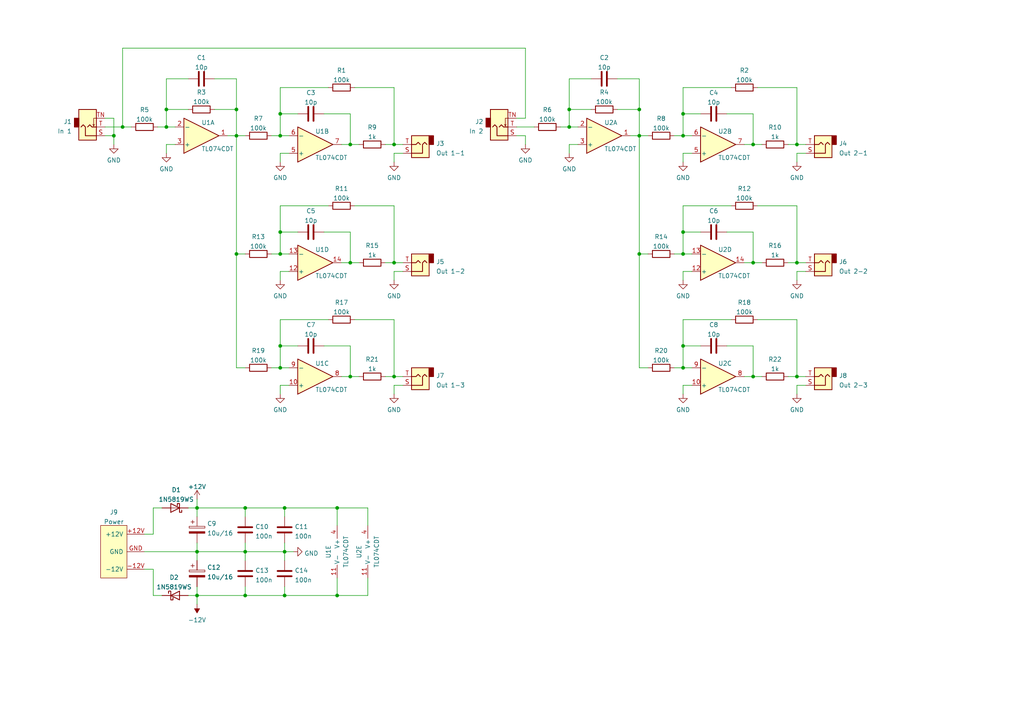
<source format=kicad_sch>
(kicad_sch (version 20211123) (generator eeschema)
  (paper "A4")
  (lib_symbols
    (symbol "Amplifier_Operational:TL074" (pin_names (offset 0.127))
      (property "Reference" "U" (at 0 5.08 0))
      (property "Value" "TL074" (at 0 -5.08 0))
      (symbol "TL074_1_1"
        (polyline (pts (xy -5.08 5.08) (xy 5.08 0) (xy -5.08 -5.08) (xy -5.08 5.08)) (stroke (width 0.254)) (fill (type background)))
        (pin output line (at 7.62 0 180) (length 2.54) (name "~") (number "1"))
        (pin input line (at -7.62 -2.54 0) (length 2.54) (name "-") (number "2"))
        (pin input line (at -7.62 2.54 0) (length 2.54) (name "+") (number "3"))
      )
      (symbol "TL074_2_1"
        (polyline (pts (xy -5.08 5.08) (xy 5.08 0) (xy -5.08 -5.08) (xy -5.08 5.08)) (stroke (width 0.254)) (fill (type background)))
        (pin input line (at -7.62 2.54 0) (length 2.54) (name "+") (number "5"))
        (pin input line (at -7.62 -2.54 0) (length 2.54) (name "-") (number "6"))
        (pin output line (at 7.62 0 180) (length 2.54) (name "~") (number "7"))
      )
      (symbol "TL074_3_1"
        (polyline (pts (xy -5.08 5.08) (xy 5.08 0) (xy -5.08 -5.08) (xy -5.08 5.08)) (stroke (width 0.254)) (fill (type background)))
        (pin input line (at -7.62 2.54 0) (length 2.54) (name "+") (number "10"))
        (pin output line (at 7.62 0 180) (length 2.54) (name "~") (number "8"))
        (pin input line (at -7.62 -2.54 0) (length 2.54) (name "-") (number "9"))
      )
      (symbol "TL074_4_1"
        (polyline (pts (xy -5.08 5.08) (xy 5.08 0) (xy -5.08 -5.08) (xy -5.08 5.08)) (stroke (width 0.254)) (fill (type background)))
        (pin input line (at -7.62 2.54 0) (length 2.54) (name "+") (number "12"))
        (pin input line (at -7.62 -2.54 0) (length 2.54) (name "-") (number "13"))
        (pin output line (at 7.62 0 180) (length 2.54) (name "~") (number "14"))
      )
      (symbol "TL074_5_1"
        (pin power_in line (at -2.54 -7.62 90) (length 3.81) (name "V-") (number "11"))
        (pin power_in line (at -2.54 7.62 270) (length 3.81) (name "V+") (number "4"))
      )
    )
    (symbol "Connector:AudioJack2"
      (property "Reference" "J" (at 0 8.89 0))
      (property "Value" "AudioJack2" (at 0 6.35 0))
      (symbol "AudioJack2_0_1"
        (rectangle (start -3.81 0) (end -2.54 -2.54) (stroke (width 0.254)) (fill (type outline)))
        (rectangle (start -2.54 3.81) (end 2.54 -2.54) (stroke (width 0.254)) (fill (type background)))
        (polyline (pts (xy 0 0) (xy 0.635 -0.635) (xy 1.27 0) (xy 2.54 0)) (stroke (width 0.254)))
        (polyline (pts (xy 2.54 2.54) (xy -0.635 2.54) (xy -0.635 0) (xy -1.27 -0.635) (xy -1.905 0)) (stroke (width 0.254)))
      )
      (symbol "AudioJack2_1_1"
        (pin passive line (at 5.08 2.54 180) (length 2.54) (name "~") (number "S"))
        (pin passive line (at 5.08 0 180) (length 2.54) (name "~") (number "T"))
      )
    )
    (symbol "Connector:AudioJack2_SwitchT"
      (property "Reference" "J" (at 0 8.89 0))
      (property "Value" "AudioJack2_SwitchT" (at 0 6.35 0))
      (symbol "AudioJack2_SwitchT_0_1"
        (rectangle (start -2.54 0) (end -3.81 -2.54) (stroke (width 0.254)) (fill (type outline)))
        (polyline (pts (xy 1.778 -0.254) (xy 2.032 -0.762)))
        (polyline (pts (xy 0 0) (xy 0.635 -0.635) (xy 1.27 0) (xy 2.54 0)) (stroke (width 0.254)))
        (polyline (pts (xy 2.54 -2.54) (xy 1.778 -2.54) (xy 1.778 -0.254) (xy 1.524 -0.762)))
        (polyline (pts (xy 2.54 2.54) (xy -0.635 2.54) (xy -0.635 0) (xy -1.27 -0.635) (xy -1.905 0)) (stroke (width 0.254)))
        (rectangle (start 2.54 3.81) (end -2.54 -5.08) (stroke (width 0.254)) (fill (type background)))
      )
      (symbol "AudioJack2_SwitchT_1_1"
        (pin passive line (at 5.08 2.54 180) (length 2.54) (name "~") (number "S"))
        (pin passive line (at 5.08 0 180) (length 2.54) (name "~") (number "T"))
        (pin passive line (at 5.08 -2.54 180) (length 2.54) (name "~") (number "TN"))
      )
    )
    (symbol "Device:C" (pin_numbers hide) (pin_names (offset 0.254))
      (property "Reference" "C" (at 0.635 2.54 0))
      (property "Value" "C" (at 0.635 -2.54 0))
      (symbol "C_0_1"
        (polyline (pts (xy -2.032 -0.762) (xy 2.032 -0.762)) (stroke (width 0.508)))
        (polyline (pts (xy -2.032 0.762) (xy 2.032 0.762)) (stroke (width 0.508)))
      )
      (symbol "C_1_1"
        (pin passive line (at 0 3.81 270) (length 2.794) (name "~") (number "1"))
        (pin passive line (at 0 -3.81 90) (length 2.794) (name "~") (number "2"))
      )
    )
    (symbol "Device:C_Polarized" (pin_numbers hide) (pin_names (offset 0.254))
      (property "Reference" "C" (at 0.635 2.54 0))
      (property "Value" "C_Polarized" (at 0.635 -2.54 0))
      (symbol "C_Polarized_0_1"
        (rectangle (start -2.286 0.508) (end 2.286 1.016))
        (polyline (pts (xy -1.778 2.286) (xy -0.762 2.286)))
        (polyline (pts (xy -1.27 2.794) (xy -1.27 1.778)))
        (rectangle (start 2.286 -0.508) (end -2.286 -1.016) (fill (type outline)))
      )
      (symbol "C_Polarized_1_1"
        (pin passive line (at 0 3.81 270) (length 2.794) (name "~") (number "1"))
        (pin passive line (at 0 -3.81 90) (length 2.794) (name "~") (number "2"))
      )
    )
    (symbol "Device:R" (pin_numbers hide) (pin_names (offset 0))
      (property "Reference" "R" (at 2.032 0 90))
      (property "Value" "R" (at 0 0 90))
      (symbol "R_0_1"
        (rectangle (start -1.016 -2.54) (end 1.016 2.54) (stroke (width 0.254)))
      )
      (symbol "R_1_1"
        (pin passive line (at 0 3.81 270) (length 1.27) (name "~") (number "1"))
        (pin passive line (at 0 -3.81 90) (length 1.27) (name "~") (number "2"))
      )
    )
    (symbol "Diode:1N5817" (pin_numbers hide) (pin_names (offset 1.016) hide)
      (property "Reference" "D" (at 0 2.54 0))
      (property "Value" "1N5817" (at 0 -2.54 0))
      (symbol "1N5817_0_1"
        (polyline (pts (xy 1.27 0) (xy -1.27 0)))
        (polyline (pts (xy 1.27 1.27) (xy 1.27 -1.27) (xy -1.27 0) (xy 1.27 1.27)) (stroke (width 0.254)))
        (polyline (pts (xy -1.905 0.635) (xy -1.905 1.27) (xy -1.27 1.27) (xy -1.27 -1.27) (xy -0.635 -1.27) (xy -0.635 -0.635)) (stroke (width 0.254)))
      )
      (symbol "1N5817_1_1"
        (pin passive line (at -3.81 0 0) (length 2.54) (name "K") (number "1"))
        (pin passive line (at 3.81 0 180) (length 2.54) (name "A") (number "2"))
      )
    )
    (symbol "Eurorack_Synth:Power_2x5" (pin_names (offset 1.016))
      (property "Reference" "J" (at 0 10.16 0))
      (property "Value" "Power_2x5" (at 0 8.89 0))
      (symbol "Power_2x5_0_1"
        (rectangle (start 3.81 7.62) (end -3.81 -7.62) (fill (type background)))
      )
      (symbol "Power_2x5_1_1"
        (pin power_out line (at 8.89 5.08 180) (length 5.08) (name "+12V") (number "+12V"))
        (pin power_out line (at 8.89 -5.08 180) (length 5.08) (name "-12V") (number "-12V"))
        (pin power_out line (at 8.89 0 180) (length 5.08) (name "GND") (number "GND"))
      )
    )
    (symbol "power:+12V" (power) (pin_names (offset 0))
      (property "Value" "+12V" (at 0 3.556 0))
      (symbol "+12V_0_1"
        (polyline (pts (xy -0.762 1.27) (xy 0 2.54)))
        (polyline (pts (xy 0 0) (xy 0 2.54)))
        (polyline (pts (xy 0 2.54) (xy 0.762 1.27)))
      )
      (symbol "+12V_1_1"
        (pin power_in line (at 0 0 90) (length 0) hide (name "+12V") (number "1"))
      )
    )
    (symbol "power:-12V" (power) (pin_names (offset 0))
      (property "Value" "-12V" (at 0 3.81 0))
      (symbol "-12V_0_0"
        (pin power_in line (at 0 0 90) (length 0) hide (name "-12V") (number "1"))
      )
      (symbol "-12V_0_1"
        (polyline (pts (xy 0 0) (xy 0 1.27) (xy 0.762 1.27) (xy 0 2.54) (xy -0.762 1.27) (xy 0 1.27)) (fill (type outline)))
      )
    )
    (symbol "power:GND" (power) (pin_names (offset 0))
      (property "Value" "GND" (at 0 -3.81 0))
      (symbol "GND_0_1"
        (polyline (pts (xy 0 0) (xy 0 -1.27) (xy 1.27 -1.27) (xy 0 -2.54) (xy -1.27 -1.27) (xy 0 -1.27)))
      )
      (symbol "GND_1_1"
        (pin power_in line (at 0 0 270) (length 0) hide (name "GND") (number "1"))
      )
    )
  )
  (junction (at 57.15 172.72))
  (junction (at 71.12 172.72))
  (junction (at 82.55 160.02))
  (junction (at 198.12 106.68))
  (junction (at 198.12 67.31))
  (junction (at 114.3 41.91))
  (junction (at 165.1 36.83))
  (junction (at 231.14 76.2))
  (junction (at 68.58 39.37))
  (junction (at 165.1 31.75))
  (junction (at 218.44 76.2))
  (junction (at 101.6 76.2))
  (junction (at 101.6 41.91))
  (junction (at 81.28 33.02))
  (junction (at 185.42 39.37))
  (junction (at 198.12 73.66))
  (junction (at 185.42 31.75))
  (junction (at 81.28 73.66))
  (junction (at 35.56 36.83))
  (junction (at 231.14 41.91))
  (junction (at 33.02 39.37))
  (junction (at 48.26 36.83))
  (junction (at 218.44 109.22))
  (junction (at 48.26 31.75))
  (junction (at 198.12 100.33))
  (junction (at 71.12 160.02))
  (junction (at 114.3 109.22))
  (junction (at 185.42 73.66))
  (junction (at 68.58 31.75))
  (junction (at 82.55 147.32))
  (junction (at 81.28 39.37))
  (junction (at 97.79 172.72))
  (junction (at 81.28 100.33))
  (junction (at 57.15 147.32))
  (junction (at 198.12 39.37))
  (junction (at 82.55 172.72))
  (junction (at 81.28 106.68))
  (junction (at 101.6 109.22))
  (junction (at 198.12 33.02))
  (junction (at 68.58 73.66))
  (junction (at 81.28 67.31))
  (junction (at 97.79 147.32))
  (junction (at 71.12 147.32))
  (junction (at 231.14 109.22))
  (junction (at 114.3 76.2))
  (junction (at 218.44 41.91))
  (junction (at 57.15 160.02))
  (wire (pts (xy 57.15 160.02) (xy 71.12 160.02)))
  (wire (pts (xy 44.45 147.32) (xy 46.99 147.32)))
  (wire (pts (xy 97.79 172.72) (xy 82.55 172.72)))
  (wire (pts (xy 48.26 31.75) (xy 48.26 36.83)))
  (wire (pts (xy 68.58 31.75) (xy 68.58 39.37)))
  (wire (pts (xy 81.28 44.45) (xy 81.28 46.99)))
  (wire (pts (xy 111.76 76.2) (xy 114.3 76.2)))
  (wire (pts (xy 185.42 39.37) (xy 187.96 39.37)))
  (wire (pts (xy 187.96 73.66) (xy 185.42 73.66)))
  (wire (pts (xy 81.28 78.74) (xy 81.28 81.28)))
  (wire (pts (xy 93.98 100.33) (xy 101.6 100.33)))
  (wire (pts (xy 218.44 67.31) (xy 218.44 76.2)))
  (wire (pts (xy 93.98 33.02) (xy 101.6 33.02)))
  (wire (pts (xy 86.36 67.31) (xy 81.28 67.31)))
  (wire (pts (xy 219.71 25.4) (xy 231.14 25.4)))
  (wire (pts (xy 71.12 160.02) (xy 82.55 160.02)))
  (wire (pts (xy 86.36 33.02) (xy 81.28 33.02)))
  (wire (pts (xy 203.2 67.31) (xy 198.12 67.31)))
  (wire (pts (xy 86.36 100.33) (xy 81.28 100.33)))
  (wire (pts (xy 198.12 100.33) (xy 198.12 106.68)))
  (wire (pts (xy 116.84 44.45) (xy 114.3 44.45)))
  (wire (pts (xy 215.9 109.22) (xy 218.44 109.22)))
  (wire (pts (xy 45.72 36.83) (xy 48.26 36.83)))
  (wire (pts (xy 35.56 13.97) (xy 152.4 13.97)))
  (wire (pts (xy 185.42 31.75) (xy 185.42 39.37)))
  (wire (pts (xy 48.26 36.83) (xy 50.8 36.83)))
  (wire (pts (xy 101.6 76.2) (xy 104.14 76.2)))
  (wire (pts (xy 198.12 44.45) (xy 198.12 46.99)))
  (wire (pts (xy 57.15 149.86) (xy 57.15 147.32)))
  (wire (pts (xy 218.44 109.22) (xy 220.98 109.22)))
  (wire (pts (xy 101.6 41.91) (xy 104.14 41.91)))
  (wire (pts (xy 165.1 36.83) (xy 167.64 36.83)))
  (wire (pts (xy 195.58 106.68) (xy 198.12 106.68)))
  (wire (pts (xy 210.82 100.33) (xy 218.44 100.33)))
  (wire (pts (xy 57.15 157.48) (xy 57.15 160.02)))
  (wire (pts (xy 233.68 78.74) (xy 231.14 78.74)))
  (wire (pts (xy 71.12 73.66) (xy 68.58 73.66)))
  (wire (pts (xy 54.61 147.32) (xy 57.15 147.32)))
  (wire (pts (xy 195.58 39.37) (xy 198.12 39.37)))
  (wire (pts (xy 57.15 144.78) (xy 57.15 147.32)))
  (wire (pts (xy 71.12 160.02) (xy 71.12 162.56)))
  (wire (pts (xy 210.82 67.31) (xy 218.44 67.31)))
  (wire (pts (xy 99.06 76.2) (xy 101.6 76.2)))
  (wire (pts (xy 102.87 92.71) (xy 114.3 92.71)))
  (wire (pts (xy 101.6 109.22) (xy 104.14 109.22)))
  (wire (pts (xy 218.44 41.91) (xy 220.98 41.91)))
  (wire (pts (xy 218.44 33.02) (xy 218.44 41.91)))
  (wire (pts (xy 114.3 109.22) (xy 116.84 109.22)))
  (wire (pts (xy 57.15 160.02) (xy 57.15 162.56)))
  (wire (pts (xy 95.25 59.69) (xy 81.28 59.69)))
  (wire (pts (xy 82.55 170.18) (xy 82.55 172.72)))
  (wire (pts (xy 212.09 92.71) (xy 198.12 92.71)))
  (wire (pts (xy 33.02 41.91) (xy 33.02 39.37)))
  (wire (pts (xy 82.55 160.02) (xy 85.09 160.02)))
  (wire (pts (xy 228.6 76.2) (xy 231.14 76.2)))
  (wire (pts (xy 106.68 147.32) (xy 97.79 147.32)))
  (wire (pts (xy 233.68 44.45) (xy 231.14 44.45)))
  (wire (pts (xy 97.79 167.64) (xy 97.79 172.72)))
  (wire (pts (xy 81.28 59.69) (xy 81.28 67.31)))
  (wire (pts (xy 114.3 41.91) (xy 116.84 41.91)))
  (wire (pts (xy 97.79 152.4) (xy 97.79 147.32)))
  (wire (pts (xy 81.28 67.31) (xy 81.28 73.66)))
  (wire (pts (xy 231.14 25.4) (xy 231.14 41.91)))
  (wire (pts (xy 167.64 41.91) (xy 165.1 41.91)))
  (wire (pts (xy 114.3 44.45) (xy 114.3 46.99)))
  (wire (pts (xy 210.82 33.02) (xy 218.44 33.02)))
  (wire (pts (xy 97.79 147.32) (xy 82.55 147.32)))
  (wire (pts (xy 57.15 160.02) (xy 41.91 160.02)))
  (wire (pts (xy 198.12 111.76) (xy 198.12 114.3)))
  (wire (pts (xy 198.12 92.71) (xy 198.12 100.33)))
  (wire (pts (xy 231.14 41.91) (xy 233.68 41.91)))
  (wire (pts (xy 231.14 78.74) (xy 231.14 81.28)))
  (wire (pts (xy 81.28 92.71) (xy 81.28 100.33)))
  (wire (pts (xy 198.12 106.68) (xy 200.66 106.68)))
  (wire (pts (xy 203.2 100.33) (xy 198.12 100.33)))
  (wire (pts (xy 99.06 41.91) (xy 101.6 41.91)))
  (wire (pts (xy 82.55 149.86) (xy 82.55 147.32)))
  (wire (pts (xy 82.55 157.48) (xy 82.55 160.02)))
  (wire (pts (xy 231.14 44.45) (xy 231.14 46.99)))
  (wire (pts (xy 81.28 39.37) (xy 83.82 39.37)))
  (wire (pts (xy 185.42 39.37) (xy 185.42 73.66)))
  (wire (pts (xy 218.44 100.33) (xy 218.44 109.22)))
  (wire (pts (xy 30.48 39.37) (xy 33.02 39.37)))
  (wire (pts (xy 71.12 147.32) (xy 82.55 147.32)))
  (wire (pts (xy 78.74 39.37) (xy 81.28 39.37)))
  (wire (pts (xy 62.23 22.86) (xy 68.58 22.86)))
  (wire (pts (xy 114.3 92.71) (xy 114.3 109.22)))
  (wire (pts (xy 41.91 154.94) (xy 44.45 154.94)))
  (wire (pts (xy 54.61 31.75) (xy 48.26 31.75)))
  (wire (pts (xy 48.26 41.91) (xy 48.26 44.45)))
  (wire (pts (xy 106.68 172.72) (xy 97.79 172.72)))
  (wire (pts (xy 71.12 172.72) (xy 82.55 172.72)))
  (wire (pts (xy 233.68 111.76) (xy 231.14 111.76)))
  (wire (pts (xy 162.56 36.83) (xy 165.1 36.83)))
  (wire (pts (xy 111.76 41.91) (xy 114.3 41.91)))
  (wire (pts (xy 81.28 73.66) (xy 83.82 73.66)))
  (wire (pts (xy 200.66 111.76) (xy 198.12 111.76)))
  (wire (pts (xy 228.6 109.22) (xy 231.14 109.22)))
  (wire (pts (xy 200.66 78.74) (xy 198.12 78.74)))
  (wire (pts (xy 179.07 22.86) (xy 185.42 22.86)))
  (wire (pts (xy 231.14 76.2) (xy 233.68 76.2)))
  (wire (pts (xy 106.68 152.4) (xy 106.68 147.32)))
  (wire (pts (xy 95.25 92.71) (xy 81.28 92.71)))
  (wire (pts (xy 68.58 39.37) (xy 71.12 39.37)))
  (wire (pts (xy 165.1 41.91) (xy 165.1 44.45)))
  (wire (pts (xy 152.4 41.91) (xy 152.4 39.37)))
  (wire (pts (xy 68.58 73.66) (xy 68.58 106.68)))
  (wire (pts (xy 78.74 73.66) (xy 81.28 73.66)))
  (wire (pts (xy 78.74 106.68) (xy 81.28 106.68)))
  (wire (pts (xy 185.42 22.86) (xy 185.42 31.75)))
  (wire (pts (xy 231.14 92.71) (xy 231.14 109.22)))
  (wire (pts (xy 114.3 76.2) (xy 116.84 76.2)))
  (wire (pts (xy 99.06 109.22) (xy 101.6 109.22)))
  (wire (pts (xy 66.04 39.37) (xy 68.58 39.37)))
  (wire (pts (xy 171.45 22.86) (xy 165.1 22.86)))
  (wire (pts (xy 41.91 165.1) (xy 44.45 165.1)))
  (wire (pts (xy 57.15 147.32) (xy 71.12 147.32)))
  (wire (pts (xy 35.56 36.83) (xy 38.1 36.83)))
  (wire (pts (xy 114.3 25.4) (xy 114.3 41.91)))
  (wire (pts (xy 33.02 34.29) (xy 33.02 39.37)))
  (wire (pts (xy 198.12 59.69) (xy 198.12 67.31)))
  (wire (pts (xy 71.12 157.48) (xy 71.12 160.02)))
  (wire (pts (xy 198.12 78.74) (xy 198.12 81.28)))
  (wire (pts (xy 48.26 22.86) (xy 48.26 31.75)))
  (wire (pts (xy 68.58 39.37) (xy 68.58 73.66)))
  (wire (pts (xy 212.09 25.4) (xy 198.12 25.4)))
  (wire (pts (xy 30.48 36.83) (xy 35.56 36.83)))
  (wire (pts (xy 219.71 59.69) (xy 231.14 59.69)))
  (wire (pts (xy 44.45 172.72) (xy 46.99 172.72)))
  (wire (pts (xy 187.96 106.68) (xy 185.42 106.68)))
  (wire (pts (xy 101.6 100.33) (xy 101.6 109.22)))
  (wire (pts (xy 111.76 109.22) (xy 114.3 109.22)))
  (wire (pts (xy 182.88 39.37) (xy 185.42 39.37)))
  (wire (pts (xy 198.12 39.37) (xy 200.66 39.37)))
  (wire (pts (xy 71.12 170.18) (xy 71.12 172.72)))
  (wire (pts (xy 71.12 106.68) (xy 68.58 106.68)))
  (wire (pts (xy 57.15 172.72) (xy 71.12 172.72)))
  (wire (pts (xy 54.61 172.72) (xy 57.15 172.72)))
  (wire (pts (xy 101.6 67.31) (xy 101.6 76.2)))
  (wire (pts (xy 44.45 154.94) (xy 44.45 147.32)))
  (wire (pts (xy 149.86 34.29) (xy 152.4 34.29)))
  (wire (pts (xy 165.1 31.75) (xy 165.1 36.83)))
  (wire (pts (xy 50.8 41.91) (xy 48.26 41.91)))
  (wire (pts (xy 171.45 31.75) (xy 165.1 31.75)))
  (wire (pts (xy 102.87 25.4) (xy 114.3 25.4)))
  (wire (pts (xy 218.44 76.2) (xy 220.98 76.2)))
  (wire (pts (xy 114.3 59.69) (xy 114.3 76.2)))
  (wire (pts (xy 116.84 78.74) (xy 114.3 78.74)))
  (wire (pts (xy 81.28 111.76) (xy 81.28 114.3)))
  (wire (pts (xy 200.66 44.45) (xy 198.12 44.45)))
  (wire (pts (xy 68.58 22.86) (xy 68.58 31.75)))
  (wire (pts (xy 231.14 109.22) (xy 233.68 109.22)))
  (wire (pts (xy 101.6 33.02) (xy 101.6 41.91)))
  (wire (pts (xy 83.82 44.45) (xy 81.28 44.45)))
  (wire (pts (xy 95.25 25.4) (xy 81.28 25.4)))
  (wire (pts (xy 106.68 167.64) (xy 106.68 172.72)))
  (wire (pts (xy 165.1 22.86) (xy 165.1 31.75)))
  (wire (pts (xy 198.12 33.02) (xy 198.12 39.37)))
  (wire (pts (xy 93.98 67.31) (xy 101.6 67.31)))
  (wire (pts (xy 114.3 111.76) (xy 114.3 114.3)))
  (wire (pts (xy 198.12 67.31) (xy 198.12 73.66)))
  (wire (pts (xy 62.23 31.75) (xy 68.58 31.75)))
  (wire (pts (xy 215.9 41.91) (xy 218.44 41.91)))
  (wire (pts (xy 81.28 33.02) (xy 81.28 39.37)))
  (wire (pts (xy 203.2 33.02) (xy 198.12 33.02)))
  (wire (pts (xy 81.28 100.33) (xy 81.28 106.68)))
  (wire (pts (xy 81.28 25.4) (xy 81.28 33.02)))
  (wire (pts (xy 83.82 78.74) (xy 81.28 78.74)))
  (wire (pts (xy 83.82 111.76) (xy 81.28 111.76)))
  (wire (pts (xy 149.86 39.37) (xy 152.4 39.37)))
  (wire (pts (xy 149.86 36.83) (xy 154.94 36.83)))
  (wire (pts (xy 30.48 34.29) (xy 33.02 34.29)))
  (wire (pts (xy 102.87 59.69) (xy 114.3 59.69)))
  (wire (pts (xy 198.12 25.4) (xy 198.12 33.02)))
  (wire (pts (xy 71.12 149.86) (xy 71.12 147.32)))
  (wire (pts (xy 54.61 22.86) (xy 48.26 22.86)))
  (wire (pts (xy 81.28 106.68) (xy 83.82 106.68)))
  (wire (pts (xy 57.15 170.18) (xy 57.15 172.72)))
  (wire (pts (xy 231.14 111.76) (xy 231.14 114.3)))
  (wire (pts (xy 44.45 165.1) (xy 44.45 172.72)))
  (wire (pts (xy 152.4 34.29) (xy 152.4 13.97)))
  (wire (pts (xy 35.56 13.97) (xy 35.56 36.83)))
  (wire (pts (xy 198.12 73.66) (xy 200.66 73.66)))
  (wire (pts (xy 228.6 41.91) (xy 231.14 41.91)))
  (wire (pts (xy 215.9 76.2) (xy 218.44 76.2)))
  (wire (pts (xy 195.58 73.66) (xy 198.12 73.66)))
  (wire (pts (xy 57.15 172.72) (xy 57.15 175.26)))
  (wire (pts (xy 212.09 59.69) (xy 198.12 59.69)))
  (wire (pts (xy 82.55 160.02) (xy 82.55 162.56)))
  (wire (pts (xy 179.07 31.75) (xy 185.42 31.75)))
  (wire (pts (xy 231.14 59.69) (xy 231.14 76.2)))
  (wire (pts (xy 114.3 78.74) (xy 114.3 81.28)))
  (wire (pts (xy 219.71 92.71) (xy 231.14 92.71)))
  (wire (pts (xy 185.42 73.66) (xy 185.42 106.68)))
  (wire (pts (xy 116.84 111.76) (xy 114.3 111.76)))
  (symbol (lib_id "Amplifier_Operational:TL074") (at 91.44 41.91 0) (mirror x) (unit 2)
    (property "Reference" "U1" (at 91.44 38.1 0) (effects (justify left)))
    (property "Value" "TL074CDT" (at 91.44 45.72 0) (effects (justify left)))
    (property "Footprint" "Package_SO:SOIC-14_3.9x8.7mm_P1.27mm" (effects hide))
    (property "Datasheet" "http://www.ti.com/lit/ds/symlink/tl071.pdf" (effects hide))
    (property "LCSC" "C6963" (effects hide))
  )
  (symbol (lib_id "Device:C") (at 207.01 100.33 90) (unit 1)
    (property "Reference" "C8" (at 207.01 94.2045 90))
    (property "Value" "10p" (at 207.01 96.9796 90))
    (property "Footprint" "Capacitor_SMD:C_0402_1005Metric" (effects hide))
    (property "LCSC" "C32949" (effects hide))
  )
  (symbol (lib_id "Connector:AudioJack2") (at 121.92 76.2 180) (unit 1)
    (property "Reference" "J5" (at 126.492 75.9265 0) (effects (justify right)))
    (property "Value" "Out 1-2" (at 126.492 78.7016 0) (effects (justify right)))
    (property "Footprint" "Connector_Audio_QingPu:Jack_3.5mm_QingPu_WQP-PJ324M" (effects hide))
  )
  (symbol (lib_id "Device:R") (at 224.79 41.91 90) (unit 1)
    (property "Reference" "R10" (at 224.79 36.9275 90))
    (property "Value" "1k" (at 224.79 39.7026 90))
    (property "Footprint" "Resistor_SMD:R_1206_3216Metric" (effects hide))
    (property "LCSC" "C4410" (effects hide))
  )
  (symbol (lib_id "Amplifier_Operational:TL074") (at 208.28 76.2 0) (mirror x) (unit 4)
    (property "Reference" "U2" (at 208.28 72.39 0) (effects (justify left)))
    (property "Value" "TL074CDT" (at 208.28 80.01 0) (effects (justify left)))
    (property "Footprint" "Package_SO:SOIC-14_3.9x8.7mm_P1.27mm" (effects hide))
    (property "Datasheet" "http://www.ti.com/lit/ds/symlink/tl071.pdf" (effects hide))
    (property "LCSC" "C6963" (effects hide))
  )
  (symbol (lib_id "Device:R") (at 224.79 76.2 90) (unit 1)
    (property "Reference" "R16" (at 224.79 71.2175 90))
    (property "Value" "1k" (at 224.79 73.9926 90))
    (property "Footprint" "Resistor_SMD:R_1206_3216Metric" (effects hide))
    (property "LCSC" "C4410" (effects hide))
  )
  (symbol (lib_id "Device:R") (at 58.42 31.75 90) (unit 1)
    (property "Reference" "R3" (at 58.42 26.7675 90))
    (property "Value" "100k" (at 58.42 29.5426 90))
    (property "Footprint" "Resistor_SMD:R_0402_1005Metric" (effects hide))
    (property "LCSC" "C25741" (effects hide))
  )
  (symbol (lib_id "Connector:AudioJack2") (at 238.76 41.91 180) (unit 1)
    (property "Reference" "J4" (at 243.332 41.6365 0) (effects (justify right)))
    (property "Value" "Out 2-1" (at 243.332 44.4116 0) (effects (justify right)))
    (property "Footprint" "Connector_Audio_QingPu:Jack_3.5mm_QingPu_WQP-PJ324M" (effects hide))
  )
  (symbol (lib_id "Amplifier_Operational:TL074") (at 208.28 41.91 0) (mirror x) (unit 2)
    (property "Reference" "U2" (at 208.28 38.1 0) (effects (justify left)))
    (property "Value" "TL074CDT" (at 208.28 45.72 0) (effects (justify left)))
    (property "Footprint" "Package_SO:SOIC-14_3.9x8.7mm_P1.27mm" (effects hide))
    (property "Datasheet" "http://www.ti.com/lit/ds/symlink/tl071.pdf" (effects hide))
    (property "LCSC" "C6963" (effects hide))
  )
  (symbol (lib_id "Device:R") (at 191.77 73.66 90) (unit 1)
    (property "Reference" "R14" (at 191.77 68.6775 90))
    (property "Value" "100k" (at 191.77 71.4526 90))
    (property "Footprint" "Resistor_SMD:R_0402_1005Metric" (effects hide))
    (property "LCSC" "C25741" (effects hide))
  )
  (symbol (lib_id "Amplifier_Operational:TL074") (at 100.33 160.02 0) (unit 5)
    (property "Reference" "U1" (at 95.25 160.02 90))
    (property "Value" "TL074CDT" (at 100.33 160.02 90))
    (property "Footprint" "Package_SO:SOIC-14_3.9x8.7mm_P1.27mm" (effects hide))
    (property "Datasheet" "http://www.ti.com/lit/ds/symlink/tl071.pdf" (effects hide))
    (property "LCSC" "C6963" (effects hide))
  )
  (symbol (lib_id "power:GND") (at 198.12 81.28 0) (unit 1)
    (property "Reference" "#PWR0114" (effects hide))
    (property "Value" "GND" (at 198.12 85.8425 0))
  )
  (symbol (lib_id "power:GND") (at 48.26 44.45 0) (unit 1)
    (property "Reference" "#PWR0102" (effects hide))
    (property "Value" "GND" (at 48.26 49.0125 0))
  )
  (symbol (lib_id "Diode:1N5817") (at 50.8 147.32 180) (unit 1)
    (property "Reference" "D1" (at 51.1175 142.0835 0))
    (property "Value" "1N5819WS" (at 51.1175 144.8586 0))
    (property "Footprint" "Diode_SMD:D_SOD-323" (effects hide))
    (property "Datasheet" "http://www.vishay.com/docs/88525/1n5817.pdf" (effects hide))
    (property "LCSC" "C191023" (effects hide))
  )
  (symbol (lib_id "Device:R") (at 175.26 31.75 90) (unit 1)
    (property "Reference" "R4" (at 175.26 26.7675 90))
    (property "Value" "100k" (at 175.26 29.5426 90))
    (property "Footprint" "Resistor_SMD:R_0402_1005Metric" (effects hide))
    (property "LCSC" "C25741" (effects hide))
  )
  (symbol (lib_id "Device:C") (at 207.01 67.31 90) (unit 1)
    (property "Reference" "C6" (at 207.01 61.1845 90))
    (property "Value" "10p" (at 207.01 63.9596 90))
    (property "Footprint" "Capacitor_SMD:C_0402_1005Metric" (effects hide))
    (property "LCSC" "C32949" (effects hide))
  )
  (symbol (lib_id "power:GND") (at 81.28 114.3 0) (unit 1)
    (property "Reference" "#PWR0109" (effects hide))
    (property "Value" "GND" (at 81.28 118.8625 0))
  )
  (symbol (lib_id "power:GND") (at 85.09 160.02 90) (unit 1)
    (property "Reference" "#PWR0111" (effects hide))
    (property "Value" "GND" (at 88.265 160.499 90) (effects (justify right)))
  )
  (symbol (lib_id "Connector:AudioJack2") (at 121.92 41.91 180) (unit 1)
    (property "Reference" "J3" (at 126.492 41.6365 0) (effects (justify right)))
    (property "Value" "Out 1-1" (at 126.492 44.4116 0) (effects (justify right)))
    (property "Footprint" "Connector_Audio_QingPu:Jack_3.5mm_QingPu_WQP-PJ324M" (effects hide))
  )
  (symbol (lib_id "power:GND") (at 198.12 114.3 0) (unit 1)
    (property "Reference" "#PWR0116" (effects hide))
    (property "Value" "GND" (at 198.12 118.8625 0))
  )
  (symbol (lib_id "power:GND") (at 231.14 46.99 0) (unit 1)
    (property "Reference" "#PWR0112" (effects hide))
    (property "Value" "GND" (at 231.14 51.5525 0))
  )
  (symbol (lib_id "Device:R") (at 99.06 59.69 90) (unit 1)
    (property "Reference" "R11" (at 99.06 54.7075 90))
    (property "Value" "100k" (at 99.06 57.4826 90))
    (property "Footprint" "Resistor_SMD:R_0402_1005Metric" (effects hide))
    (property "LCSC" "C25741" (effects hide))
  )
  (symbol (lib_id "power:GND") (at 114.3 114.3 0) (unit 1)
    (property "Reference" "#PWR0104" (effects hide))
    (property "Value" "GND" (at 114.3 118.8625 0))
  )
  (symbol (lib_id "power:GND") (at 198.12 46.99 0) (unit 1)
    (property "Reference" "#PWR0119" (effects hide))
    (property "Value" "GND" (at 198.12 51.5525 0))
  )
  (symbol (lib_id "Device:R") (at 74.93 106.68 90) (unit 1)
    (property "Reference" "R19" (at 74.93 101.6975 90))
    (property "Value" "100k" (at 74.93 104.4726 90))
    (property "Footprint" "Resistor_SMD:R_0402_1005Metric" (effects hide))
    (property "LCSC" "C25741" (effects hide))
  )
  (symbol (lib_id "Device:C") (at 82.55 166.37 180) (unit 1)
    (property "Reference" "C14" (at 85.471 165.4615 0) (effects (justify right)))
    (property "Value" "100n" (at 85.471 168.2366 0) (effects (justify right)))
    (property "Footprint" "Capacitor_SMD:C_0402_1005Metric" (effects hide))
    (property "LCSC" "C307331" (effects hide))
  )
  (symbol (lib_id "Diode:1N5817") (at 50.8 172.72 0) (unit 1)
    (property "Reference" "D2" (at 50.4825 167.4835 0))
    (property "Value" "1N5819WS" (at 50.4825 170.2586 0))
    (property "Footprint" "Diode_SMD:D_SOD-323" (effects hide))
    (property "Datasheet" "http://www.vishay.com/docs/88525/1n5817.pdf" (effects hide))
    (property "LCSC" "C191023" (effects hide))
  )
  (symbol (lib_id "Device:C") (at 90.17 33.02 90) (unit 1)
    (property "Reference" "C3" (at 90.17 26.8945 90))
    (property "Value" "10p" (at 90.17 29.6696 90))
    (property "Footprint" "Capacitor_SMD:C_0402_1005Metric" (effects hide))
    (property "LCSC" "C32949" (effects hide))
  )
  (symbol (lib_id "Device:C") (at 71.12 153.67 180) (unit 1)
    (property "Reference" "C10" (at 74.041 152.7615 0) (effects (justify right)))
    (property "Value" "100n" (at 74.041 155.5366 0) (effects (justify right)))
    (property "Footprint" "Capacitor_SMD:C_0402_1005Metric" (effects hide))
    (property "LCSC" "C307331" (effects hide))
  )
  (symbol (lib_id "Device:R") (at 215.9 25.4 90) (unit 1)
    (property "Reference" "R2" (at 215.9 20.4175 90))
    (property "Value" "100k" (at 215.9 23.1926 90))
    (property "Footprint" "Resistor_SMD:R_0402_1005Metric" (effects hide))
    (property "LCSC" "C25741" (effects hide))
  )
  (symbol (lib_id "Device:C") (at 207.01 33.02 90) (unit 1)
    (property "Reference" "C4" (at 207.01 26.8945 90))
    (property "Value" "10p" (at 207.01 29.6696 90))
    (property "Footprint" "Capacitor_SMD:C_0402_1005Metric" (effects hide))
    (property "LCSC" "C32949" (effects hide))
  )
  (symbol (lib_id "Device:R") (at 107.95 76.2 90) (unit 1)
    (property "Reference" "R15" (at 107.95 71.2175 90))
    (property "Value" "1k" (at 107.95 73.9926 90))
    (property "Footprint" "Resistor_SMD:R_1206_3216Metric" (effects hide))
    (property "LCSC" "C4410" (effects hide))
  )
  (symbol (lib_id "power:GND") (at 114.3 46.99 0) (unit 1)
    (property "Reference" "#PWR0106" (effects hide))
    (property "Value" "GND" (at 114.3 51.5525 0))
  )
  (symbol (lib_id "power:GND") (at 152.4 41.91 0) (unit 1)
    (property "Reference" "#PWR0117" (effects hide))
    (property "Value" "GND" (at 152.4 46.4725 0))
  )
  (symbol (lib_id "Connector:AudioJack2_SwitchT") (at 25.4 36.83 0) (mirror x) (unit 1)
    (property "Reference" "J1" (at 20.828 35.2865 0) (effects (justify right)))
    (property "Value" "In 1" (at 20.828 38.0616 0) (effects (justify right)))
    (property "Footprint" "Connector_Audio_QingPu:Jack_3.5mm_QingPu_WQP-PJ324M" (effects hide))
  )
  (symbol (lib_id "Device:C") (at 175.26 22.86 90) (unit 1)
    (property "Reference" "C2" (at 175.26 16.7345 90))
    (property "Value" "10p" (at 175.26 19.5096 90))
    (property "Footprint" "Capacitor_SMD:C_0402_1005Metric" (effects hide))
    (property "LCSC" "C32949" (effects hide))
  )
  (symbol (lib_id "power:GND") (at 231.14 114.3 0) (unit 1)
    (property "Reference" "#PWR0115" (effects hide))
    (property "Value" "GND" (at 231.14 118.8625 0))
  )
  (symbol (lib_id "Device:C") (at 90.17 100.33 90) (unit 1)
    (property "Reference" "C7" (at 90.17 94.2045 90))
    (property "Value" "10p" (at 90.17 96.9796 90))
    (property "Footprint" "Capacitor_SMD:C_0402_1005Metric" (effects hide))
    (property "LCSC" "C32949" (effects hide))
  )
  (symbol (lib_id "Device:R") (at 215.9 59.69 90) (unit 1)
    (property "Reference" "R12" (at 215.9 54.7075 90))
    (property "Value" "100k" (at 215.9 57.4826 90))
    (property "Footprint" "Resistor_SMD:R_0402_1005Metric" (effects hide))
    (property "LCSC" "C25741" (effects hide))
  )
  (symbol (lib_id "power:-12V") (at 57.15 175.26 180) (unit 1)
    (property "Reference" "#PWR0108" (effects hide))
    (property "Value" "-12V" (at 57.15 179.8225 0))
  )
  (symbol (lib_id "Device:R") (at 191.77 106.68 90) (unit 1)
    (property "Reference" "R20" (at 191.77 101.6975 90))
    (property "Value" "100k" (at 191.77 104.4726 90))
    (property "Footprint" "Resistor_SMD:R_0402_1005Metric" (effects hide))
    (property "LCSC" "C25741" (effects hide))
  )
  (symbol (lib_id "Device:R") (at 107.95 41.91 90) (unit 1)
    (property "Reference" "R9" (at 107.95 36.9275 90))
    (property "Value" "1k" (at 107.95 39.7026 90))
    (property "Footprint" "Resistor_SMD:R_1206_3216Metric" (effects hide))
    (property "LCSC" "C4410" (effects hide))
  )
  (symbol (lib_id "Device:C_Polarized") (at 57.15 166.37 0) (unit 1)
    (property "Reference" "C12" (at 60.071 164.5725 0) (effects (justify left)))
    (property "Value" "10u/16" (at 60.071 167.3476 0) (effects (justify left)))
    (property "Footprint" "Capacitor_Tantalum_SMD:CP_EIA-3216-18_Kemet-A" (effects hide))
    (property "LCSC" "C7171" (effects hide))
  )
  (symbol (lib_id "Amplifier_Operational:TL074") (at 58.42 39.37 0) (mirror x) (unit 1)
    (property "Reference" "U1" (at 58.42 35.56 0) (effects (justify left)))
    (property "Value" "TL074CDT" (at 58.42 43.18 0) (effects (justify left)))
    (property "Footprint" "Package_SO:SOIC-14_3.9x8.7mm_P1.27mm" (effects hide))
    (property "Datasheet" "http://www.ti.com/lit/ds/symlink/tl071.pdf" (effects hide))
    (property "LCSC" "C6963" (effects hide))
  )
  (symbol (lib_id "Device:C") (at 58.42 22.86 90) (unit 1)
    (property "Reference" "C1" (at 58.42 16.7345 90))
    (property "Value" "10p" (at 58.42 19.5096 90))
    (property "Footprint" "Capacitor_SMD:C_0402_1005Metric" (effects hide))
    (property "LCSC" "C32949" (effects hide))
  )
  (symbol (lib_id "Connector:AudioJack2") (at 238.76 76.2 180) (unit 1)
    (property "Reference" "J6" (at 243.332 75.9265 0) (effects (justify right)))
    (property "Value" "Out 2-2" (at 243.332 78.7016 0) (effects (justify right)))
    (property "Footprint" "Connector_Audio_QingPu:Jack_3.5mm_QingPu_WQP-PJ324M" (effects hide))
  )
  (symbol (lib_id "Amplifier_Operational:TL074") (at 109.22 160.02 0) (unit 5)
    (property "Reference" "U2" (at 104.14 160.02 90))
    (property "Value" "TL074CDT" (at 109.22 160.02 90))
    (property "Footprint" "Package_SO:SOIC-14_3.9x8.7mm_P1.27mm" (effects hide))
    (property "Datasheet" "http://www.ti.com/lit/ds/symlink/tl071.pdf" (effects hide))
    (property "LCSC" "C6963" (effects hide))
  )
  (symbol (lib_id "Device:R") (at 41.91 36.83 90) (unit 1)
    (property "Reference" "R5" (at 41.91 31.8475 90))
    (property "Value" "100k" (at 41.91 34.6226 90))
    (property "Footprint" "Resistor_SMD:R_0402_1005Metric" (effects hide))
    (property "LCSC" "C25741" (effects hide))
  )
  (symbol (lib_id "power:GND") (at 165.1 44.45 0) (unit 1)
    (property "Reference" "#PWR0118" (effects hide))
    (property "Value" "GND" (at 165.1 49.0125 0))
  )
  (symbol (lib_id "Device:R") (at 224.79 109.22 90) (unit 1)
    (property "Reference" "R22" (at 224.79 104.2375 90))
    (property "Value" "1k" (at 224.79 107.0126 90))
    (property "Footprint" "Resistor_SMD:R_1206_3216Metric" (effects hide))
    (property "LCSC" "C4410" (effects hide))
  )
  (symbol (lib_id "Device:R") (at 107.95 109.22 90) (unit 1)
    (property "Reference" "R21" (at 107.95 104.2375 90))
    (property "Value" "1k" (at 107.95 107.0126 90))
    (property "Footprint" "Resistor_SMD:R_1206_3216Metric" (effects hide))
    (property "LCSC" "C4410" (effects hide))
  )
  (symbol (lib_id "Connector:AudioJack2") (at 238.76 109.22 180) (unit 1)
    (property "Reference" "J8" (at 243.332 108.9465 0) (effects (justify right)))
    (property "Value" "Out 2-3" (at 243.332 111.7216 0) (effects (justify right)))
    (property "Footprint" "Connector_Audio_QingPu:Jack_3.5mm_QingPu_WQP-PJ324M" (effects hide))
  )
  (symbol (lib_id "power:GND") (at 33.02 41.91 0) (unit 1)
    (property "Reference" "#PWR0101" (effects hide))
    (property "Value" "GND" (at 33.02 46.4725 0))
  )
  (symbol (lib_id "Connector:AudioJack2_SwitchT") (at 144.78 36.83 0) (mirror x) (unit 1)
    (property "Reference" "J2" (at 140.208 35.2865 0) (effects (justify right)))
    (property "Value" "In 2" (at 140.208 38.0616 0) (effects (justify right)))
    (property "Footprint" "Connector_Audio_QingPu:Jack_3.5mm_QingPu_WQP-PJ324M" (effects hide))
  )
  (symbol (lib_id "Device:R") (at 74.93 73.66 90) (unit 1)
    (property "Reference" "R13" (at 74.93 68.6775 90))
    (property "Value" "100k" (at 74.93 71.4526 90))
    (property "Footprint" "Resistor_SMD:R_0402_1005Metric" (effects hide))
    (property "LCSC" "C25741" (effects hide))
  )
  (symbol (lib_id "power:+12V") (at 57.15 144.78 0) (unit 1)
    (property "Reference" "#PWR0110" (effects hide))
    (property "Value" "+12V" (at 57.15 141.1755 0))
  )
  (symbol (lib_id "Amplifier_Operational:TL074") (at 91.44 76.2 0) (mirror x) (unit 4)
    (property "Reference" "U1" (at 91.44 72.39 0) (effects (justify left)))
    (property "Value" "TL074CDT" (at 91.44 80.01 0) (effects (justify left)))
    (property "Footprint" "Package_SO:SOIC-14_3.9x8.7mm_P1.27mm" (effects hide))
    (property "Datasheet" "http://www.ti.com/lit/ds/symlink/tl071.pdf" (effects hide))
    (property "LCSC" "C6963" (effects hide))
  )
  (symbol (lib_id "Eurorack_Synth:Power_2x5") (at 33.02 160.02 0) (unit 1)
    (property "Reference" "J9" (at 33.02 148.5605 0))
    (property "Value" "Power" (at 33.02 151.3356 0))
    (property "Footprint" "CATs_Eurosynth_Specials:Power_2x8_Horizontal" (effects hide))
  )
  (symbol (lib_id "Device:C") (at 71.12 166.37 180) (unit 1)
    (property "Reference" "C13" (at 74.041 165.4615 0) (effects (justify right)))
    (property "Value" "100n" (at 74.041 168.2366 0) (effects (justify right)))
    (property "Footprint" "Capacitor_SMD:C_0402_1005Metric" (effects hide))
    (property "LCSC" "C307331" (effects hide))
  )
  (symbol (lib_id "Device:R") (at 99.06 25.4 90) (unit 1)
    (property "Reference" "R1" (at 99.06 20.4175 90))
    (property "Value" "100k" (at 99.06 23.1926 90))
    (property "Footprint" "Resistor_SMD:R_0402_1005Metric" (effects hide))
    (property "LCSC" "C25741" (effects hide))
  )
  (symbol (lib_id "power:GND") (at 231.14 81.28 0) (unit 1)
    (property "Reference" "#PWR0113" (effects hide))
    (property "Value" "GND" (at 231.14 85.8425 0))
  )
  (symbol (lib_id "Device:R") (at 215.9 92.71 90) (unit 1)
    (property "Reference" "R18" (at 215.9 87.7275 90))
    (property "Value" "100k" (at 215.9 90.5026 90))
    (property "Footprint" "Resistor_SMD:R_0402_1005Metric" (effects hide))
    (property "LCSC" "C25741" (effects hide))
  )
  (symbol (lib_id "Device:C_Polarized") (at 57.15 153.67 0) (unit 1)
    (property "Reference" "C9" (at 60.071 151.8725 0) (effects (justify left)))
    (property "Value" "10u/16" (at 60.071 154.6476 0) (effects (justify left)))
    (property "Footprint" "Capacitor_Tantalum_SMD:CP_EIA-3216-18_Kemet-A" (effects hide))
    (property "LCSC" "C7171" (effects hide))
  )
  (symbol (lib_id "Connector:AudioJack2") (at 121.92 109.22 180) (unit 1)
    (property "Reference" "J7" (at 126.492 108.9465 0) (effects (justify right)))
    (property "Value" "Out 1-3" (at 126.492 111.7216 0) (effects (justify right)))
    (property "Footprint" "Connector_Audio_QingPu:Jack_3.5mm_QingPu_WQP-PJ324M" (effects hide))
  )
  (symbol (lib_id "Device:C") (at 82.55 153.67 180) (unit 1)
    (property "Reference" "C11" (at 85.471 152.7615 0) (effects (justify right)))
    (property "Value" "100n" (at 85.471 155.5366 0) (effects (justify right)))
    (property "Footprint" "Capacitor_SMD:C_0402_1005Metric" (effects hide))
    (property "LCSC" "C307331" (effects hide))
  )
  (symbol (lib_id "Device:R") (at 158.75 36.83 90) (unit 1)
    (property "Reference" "R6" (at 158.75 31.8475 90))
    (property "Value" "100k" (at 158.75 34.6226 90))
    (property "Footprint" "Resistor_SMD:R_0402_1005Metric" (effects hide))
    (property "LCSC" "C25741" (effects hide))
  )
  (symbol (lib_id "Device:R") (at 99.06 92.71 90) (unit 1)
    (property "Reference" "R17" (at 99.06 87.7275 90))
    (property "Value" "100k" (at 99.06 90.5026 90))
    (property "Footprint" "Resistor_SMD:R_0402_1005Metric" (effects hide))
    (property "LCSC" "C25741" (effects hide))
  )
  (symbol (lib_id "power:GND") (at 114.3 81.28 0) (unit 1)
    (property "Reference" "#PWR0107" (effects hide))
    (property "Value" "GND" (at 114.3 85.8425 0))
  )
  (symbol (lib_id "Amplifier_Operational:TL074") (at 208.28 109.22 0) (mirror x) (unit 3)
    (property "Reference" "U2" (at 208.28 105.41 0) (effects (justify left)))
    (property "Value" "TL074CDT" (at 208.28 113.03 0) (effects (justify left)))
    (property "Footprint" "Package_SO:SOIC-14_3.9x8.7mm_P1.27mm" (effects hide))
    (property "Datasheet" "http://www.ti.com/lit/ds/symlink/tl071.pdf" (effects hide))
    (property "LCSC" "C6963" (effects hide))
  )
  (symbol (lib_id "Device:C") (at 90.17 67.31 90) (unit 1)
    (property "Reference" "C5" (at 90.17 61.1845 90))
    (property "Value" "10p" (at 90.17 63.9596 90))
    (property "Footprint" "Capacitor_SMD:C_0402_1005Metric" (effects hide))
    (property "LCSC" "C32949" (effects hide))
  )
  (symbol (lib_id "Device:R") (at 74.93 39.37 90) (unit 1)
    (property "Reference" "R7" (at 74.93 34.3875 90))
    (property "Value" "100k" (at 74.93 37.1626 90))
    (property "Footprint" "Resistor_SMD:R_0402_1005Metric" (effects hide))
    (property "LCSC" "C25741" (effects hide))
  )
  (symbol (lib_id "Amplifier_Operational:TL074") (at 175.26 39.37 0) (mirror x) (unit 1)
    (property "Reference" "U2" (at 175.26 35.56 0) (effects (justify left)))
    (property "Value" "TL074CDT" (at 175.26 43.18 0) (effects (justify left)))
    (property "Footprint" "Package_SO:SOIC-14_3.9x8.7mm_P1.27mm" (effects hide))
    (property "Datasheet" "http://www.ti.com/lit/ds/symlink/tl071.pdf" (effects hide))
    (property "LCSC" "C6963" (effects hide))
  )
  (symbol (lib_id "Device:R") (at 191.77 39.37 90) (unit 1)
    (property "Reference" "R8" (at 191.77 34.3875 90))
    (property "Value" "100k" (at 191.77 37.1626 90))
    (property "Footprint" "Resistor_SMD:R_0402_1005Metric" (effects hide))
    (property "LCSC" "C25741" (effects hide))
  )
  (symbol (lib_id "Amplifier_Operational:TL074") (at 91.44 109.22 0) (mirror x) (unit 3)
    (property "Reference" "U1" (at 91.44 105.41 0) (effects (justify left)))
    (property "Value" "TL074CDT" (at 91.44 113.03 0) (effects (justify left)))
    (property "Footprint" "Package_SO:SOIC-14_3.9x8.7mm_P1.27mm" (effects hide))
    (property "Datasheet" "http://www.ti.com/lit/ds/symlink/tl071.pdf" (effects hide))
    (property "LCSC" "C6963" (effects hide))
  )
  (symbol (lib_id "power:GND") (at 81.28 81.28 0) (unit 1)
    (property "Reference" "#PWR0103" (effects hide))
    (property "Value" "GND" (at 81.28 85.8425 0))
  )
  (symbol (lib_id "power:GND") (at 81.28 46.99 0) (unit 1)
    (property "Reference" "#PWR0105" (effects hide))
    (property "Value" "GND" (at 81.28 51.5525 0))
  )
)
</source>
